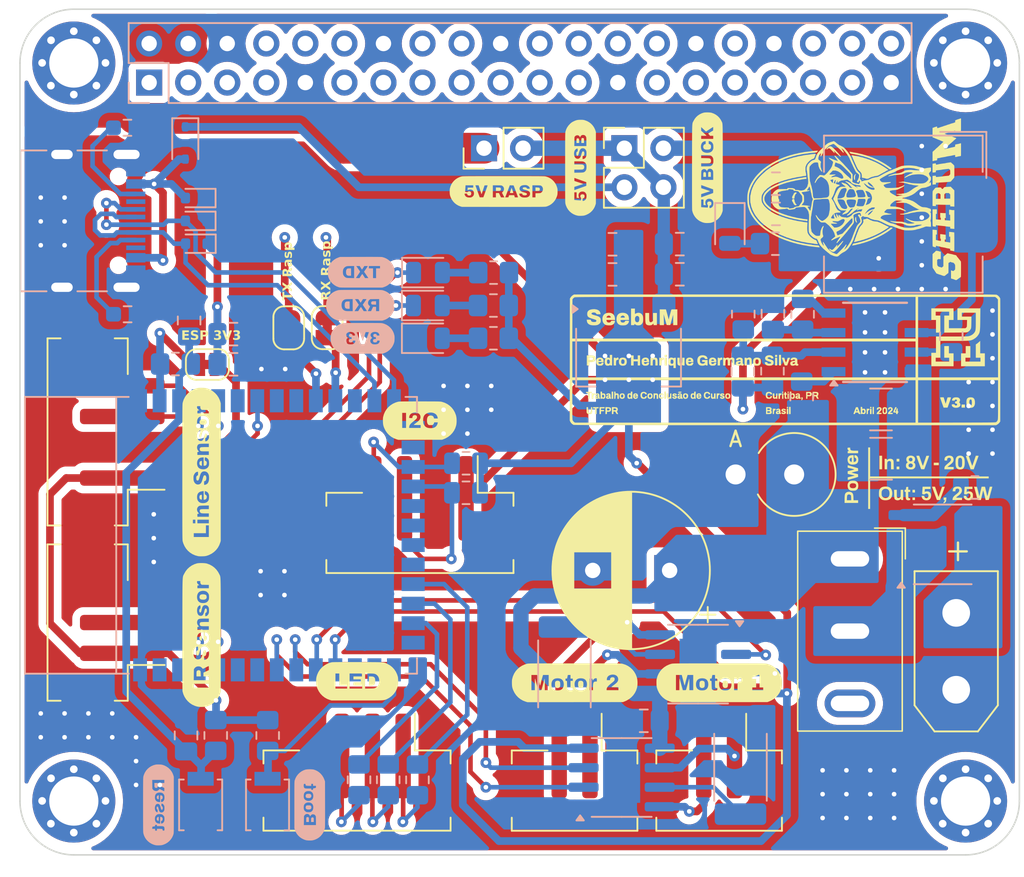
<source format=kicad_pcb>
(kicad_pcb (version 20240108) (generator "pcbnew") (generator_version "8.0")
  (layers (0 "F.Cu" signal) (1 "In1.Cu" signal) (2 "In2.Cu" signal) (31 "B.Cu" signal) (34 "B.Paste" user) (35 "F.Paste" user) (36 "B.SilkS" user "B.Silkscreen") (37 "F.SilkS" user "F.Silkscreen") (38 "B.Mask" user) (39 "F.Mask" user) (44 "Edge.Cuts" user))
  (net 0 "")
  (net 1 "GND")
  (net 2 "+BATT")
  (net 3 "Net-(U201-VREG5)")
  (net 4 "Net-(U201-VBST)")
  (net 5 "Net-(U201-SW)")
  (net 6 "/5V_PSU")
  (net 7 "Net-(U201-VFB)")
  (net 8 "+5V")
  (net 9 "/ESP32/CHIP_PU")
  (net 10 "+3V3")
  (net 11 "Net-(D201-A)")
  (net 12 "Net-(D301-A)")
  (net 13 "Net-(D302-A)")
  (net 14 "/ESP32/U0RXD")
  (net 15 "/ESP32/U0TXD")
  (net 16 "Net-(D303-A)")
  (net 17 "VBUS")
  (net 18 "/ESP32/GPIO20")
  (net 19 "/5V_ESP32")
  (net 20 "/ESP32/GPIO19")
  (net 21 "Net-(J101-Pin_2)")
  (net 22 "/5V_RASP")
  (net 23 "/ESP32/AOUT1")
  (net 24 "/ESP32/AOUT2")
  (net 25 "/ESP32/BOUT2")
  (net 26 "/ESP32/BOUT1")
  (net 27 "Net-(J303-CC2)")
  (net 29 "Net-(J303-CC1)")
  (net 31 "/ESP32/GPIO7")
  (net 32 "/ESP32/GPIO9")
  (net 33 "/ESP32/GPIO10")
  (net 34 "/ESP32/BIN2")
  (net 35 "/ESP32/BIN1")
  (net 36 "/ESP32/LED_2")
  (net 37 "/ESP32/LED_3")
  (net 38 "/ESP32/LED_1")
  (net 53 "/Raspberry Pi/RASP_TX")
  (net 58 "/Raspberry Pi/RASP_SDA")
  (net 60 "/Raspberry Pi/RASP_RX")
  (net 65 "/Raspberry Pi/RASP_SCL")
  (net 69 "/ESP32/GPIO18")
  (net 70 "/ESP32/GPIO17")
  (net 71 "/ESP32/ESP32_3V3")
  (net 72 "Net-(Q101-G)")
  (net 73 "Net-(Q101-S)")
  (net 74 "Net-(U201-EN)")
  (net 75 "Net-(U201-PG)")
  (net 76 "/ESP32/GPIO0")
  (net 77 "Net-(U303-LSS)")
  (net 78 "Net-(U304-LSS)")
  (net 79 "/ESP32/GPIO5")
  (net 80 "/ESP32/GPIO6")
  (net 82 "/ESP32/GPIO42")
  (net 83 "/ESP32/GPIO47")
  (net 84 "/ESP32/GPIO36")
  (net 86 "/ESP32/GPIO11")
  (net 87 "/ESP32/GPIO8")
  (net 88 "/ESP32/AIN1")
  (net 89 "/ESP32/GPIO4")
  (net 90 "/ESP32/AIN2")
  (net 91 "/ESP32/GPIO48")
  (net 93 "/ESP32/GPIO21")
  (net 95 "/ESP32/GPIO2")
  (net 96 "/ESP32/GPIO41")
  (net 97 "/ESP32/GPIO1")
  (net 98 "/ESP32/GPIO13")
  (net 99 "/ESP32/GPIO15")
  (net 100 "/ESP32/GPIO16")
  (net 101 "/ESP32/GPIO14")
  (net 102 "/ESP32/GPIO12")
  (net 103 "/ESP32/GPIO35")
  (footprint "LOGO" (layer "F.Cu") (at 82.57 93.8)
    (property "Reference" "G***" (hide yes))
    (property "Value" "LOGO" (hide yes))
  )
  (footprint "LOGO" (layer "F.Cu") (at 68.42 93.7)
    (property "Reference" "G***" (hide yes))
    (property "Value" "LOGO" (hide yes))
  )
  (footprint "Connector_JST:JST_PH_B2B-PH-SM4-TB_1x02-1MP_P2.00mm_Vertical" (layer "F.Cu") (at 82.57 99.07 180)
    (property "Reference" "J302" (hide yes))
    (property "Value" "Conn_01x02_Socket")
  )
  (footprint "LOGO" (layer "F.Cu") (at 58.3 90.7 90)
    (property "Reference" "G***" (hide yes))
    (property "Value" "LOGO" (hide yes))
  )
  (footprint "LOGO" (layer "F.Cu") (at 82.95 60.315 90)
    (property "Reference" "G***" (hide yes))
    (property "Value" "LOGO" (hide yes))
  )
  (footprint "Connector_JST:JST_PH_B3B-PH-SM4-TB_1x03-1MP_P2.00mm_Vertical" (layer "F.Cu") (at 52.65 89.89 90)
    (property "Reference" "J304" (hide yes))
    (property "Value" "Conn_01x03_Socket")
  )
  (footprint "LOGO" (layer "F.Cu") (at 91.2 60.315 90)
    (property "Reference" "G***" (hide yes))
    (property "Value" "LOGO" (hide yes))
  )
  (footprint "Jumper:SolderJumper-2_P1.3mm_Bridged_RoundedPad1.0x1.5mm" (layer "F.Cu") (at 58.69 73.105)
    (property "Reference" "JP305" (hide yes))
    (property "Value" "SolderJumper_2_Bridged")
  )
  (footprint "LOGO" (layer "F.Cu") (at 72.5 76.75)
    (property "Reference" "G***" (hide yes))
    (property "Value" "LOGO" (hide yes))
  )
  (footprint "Jumper:SolderJumper-2_P1.3mm_Bridged_RoundedPad1.0x1.5mm" (layer "F.Cu") (at 63.98 70.72 -90)
    (property "Reference" "JP104" (hide yes))
    (property "Value" "SolderJumper_2_Open")
  )
  (footprint "Diode_THT:D_DO-201_P3.81mm_Vertical_AnodeUp" (layer "F.Cu") (at 96.85 80.2575 180)
    (property "Reference" "D101" (hide yes))
    (property "Value" "1N5355")
  )
  (footprint "LOGO" (layer "F.Cu") (at 91.97 93.8)
    (property "Reference" "G***" (hide yes))
    (property "Value" "LOGO" (hide yes))
  )
  (footprint "Connector_JST:JST_PH_B4B-PH-SM4-TB_1x04-1MP_P2.00mm_Vertical" (layer "F.Cu") (at 68.42 99.066342 180)
    (property "Reference" "J307" (hide yes))
    (property "Value" "Conn_01x04_Socket")
  )
  (footprint "LOGO" (layer "F.Cu") (at 77.955 61.85)
    (property "Reference" "G***" (hide yes))
    (property "Value" "LOGO" (hide yes))
  )
  (footprint "Connector_AMASS:AMASS_XT30UPB-M_1x02_P5.0mm_Vertical" (layer "F.Cu") (at 107.39 94.26 90)
    (property "Reference" "J101" (hide yes))
    (property "Value" "Conn_01x02_Pin")
  )
  (footprint "Connector_PinHeader_2.54mm:PinHeader_2x02_P2.54mm_Vertical" (layer "F.Cu") (at 85.8066 59.04)
    (property "Reference" "J102" (hide yes))
    (property "Value" "Conn_01x04_Pin")
  )
  (footprint "Jumper:SolderJumper-2_P1.3mm_Bridged_RoundedPad1.0x1.5mm" (layer "F.Cu") (at 66.48 70.71 -90)
    (property "Reference" "JP103" (hide yes))
    (property "Value" "SolderJumper_2_Open")
  )
  (footprint "Capacitor_THT:CP_Radial_D10.0mm_P5.00mm" (layer "F.Cu") (at 88.75 86.5 180)
    (property "Reference" "C307" (hide yes))
    (property "Value" "220u")
  )
  (footprint "LOGO" (layer "F.Cu") (at 100.8 62.35 90)
    (property "Reference" "G***" (hide yes))
    (property "Value" "LOGO" (hide yes))
  )
  (footprint "Custom:M2.5M3" (layer "F.Cu") (at 108 101.5)
    (property "Reference" "H102" (hide yes))
    (property "Value" "MountingHole")
  )
  (footprint "Connector_JST:JST_PH_B4B-PH-SM4-TB_1x04-1MP_P2.00mm_Vertical" (layer "F.Cu") (at 72.51 82.31 180)
    (property "Reference" "J305" (hide yes))
    (property "Value" "Conn_01x04_Socket")
  )
  (footprint "LOGO" (layer "F.Cu") (at 96.25 72.8)
    (property "Reference" "G***" (hide yes))
    (property "Value" "LOGO" (hide yes))
  )
  (footprint "Custom:M2.5M3" (layer "F.Cu") (at 50 53.5)
    (property "Reference" "H101" (hide yes))
    (property "Value" "MountingHole")
  )
  (footprint "Connector_PinHeader_2.54mm:PinHeader_1x02_P2.54mm_Vertical" (layer "F.Cu") (at 76.68 59.04 90)
    (property "Reference" "J103" (hide yes))
    (property "Value" "Conn_01x02_Pin")
  )
  (footprint "Custom:5Amp_Switch" (layer "F.Cu") (at 100.48 90.4475 -90)
    (property "Reference" "SW101" (hide yes))
    (property "Value" "SW_DPDT_x2" (hide yes))
  )
  (footprint "Connector_JST:JST_PH_B4B-PH-SM4-TB_1x04-1MP_P2.00mm_Vertical" (layer "F.Cu") (at 52.65 77.49 90)
    (property "Reference" "J306" (hide yes))
    (property "Value" "Conn_01x04_Socket")
  )
  (footprint "LOGO" (layer "F.Cu") (at 58.3 80.1 90)
    (property "Reference" "G***" (hide yes))
    (property "Value" "LOGO" (hide yes))
  )
  (footprint "Connector_JST:JST_PH_B2B-PH-SM4-TB_1x02-1MP_P2.00mm_Vertical" (layer "F.Cu") (at 91.97 99.07 180)
    (property "Reference" "J301" (hide yes))
    (property "Value" "Conn_01x02_Socket")
  )
  (footprint "Custom:M2.5M3" (layer "F.Cu") (at 50 101.5)
    (property "Reference" "H103" (hide yes))
    (property "Value" "MountingHole")
  )
  (footprint "Custom:M2.5M3" (layer "F.Cu") (at 108 53.5)
    (property "Reference" "H104" (hide yes))
    (property "Value" "MountingHole")
  )
  (footprint "LOGO" (layer "F.Cu") (at 105.15 80.5)
    (property "Reference" "G***" (hide yes))
    (property "Value" "LOGO" (hide yes))
  )
  (footprint "Button_Switch_SMD:SW_SPST_B3U-1000P" (layer "B.Cu") (at 62.6 101.75 -90)
    (property "Reference" "SW301" (hide yes))
    (property "Value" "SW_Push")
  )
  (footprint "Resistor_SMD:R_0805_2012Metric" (layer "B.Cu") (at 75.5075 81.45 180)
    (property "Reference" "R310" (hide yes))
    (property "Value" "4k7")
  )
  (footprint "Resistor_SMD:R_0805_2012Metric" (layer "B.Cu") (at 75.511158 79.53)
    (property "Reference" "R309" (hide yes))
    (property "Value" "4k7")
  )
  (footprint "Capacitor_SMD:C_0805_2012Metric_Pad1.18x1.45mm_HandSolder" (layer "B.Cu") (at 89.4125 65.2775)
    (property "Reference" "C303" (hide yes))
    (property "Value" "100n")
  )
  (footprint "LOGO" (layer "B.Cu") (at 65.35 101.75 90)
    (property "Reference" "G***" (hide yes))
    (property "Value" "LOGO" (hide yes))
  )
  (footprint "LOGO" (layer "B.Cu") (at 68.7 67.1 180)
    (property "Reference" "G***" (hide yes))
    (property "Value" "LOGO" (hide yes))
  )
  (footprint "Resistor_SMD:R_0603_1608Metric_Pad0.98x0.95mm_HandSolder" (layer "B.Cu") (at 53.5 69.84)
    (property "Reference" "R311" (hide yes))
    (property "Value" "5k1")
  )
  (footprint "Resistor_SMD:R_0805_2012Metric_Pad1.20x1.40mm_HandSolder" (layer "B.Cu") (at 77.291711 71.4 180)
    (property "Reference" "R303" (hide yes))
    (property "Value" "1k")
  )
  (footprint "Package_TO_SOT_SMD:SOT-223-3_TabPin2" (layer "B.Cu") (at 86.08 72.63 -90)
    (property "Reference" "U301" (hide yes))
    (property "Value" "AMS1117-3.3")
  )
  (footprint "Resistor_SMD:R_0805_2012Metric_Pad1.20x1.40mm_HandSolder" (layer "B.Cu") (at 95.63 65.2475 180)
    (property "Reference" "R205" (hide yes))
    (property "Value" "1k")
  )
  (footprint "LED_SMD:LED_0805_2012Metric" (layer "B.Cu") (at 73.034211 67.13)
    (property "Reference" "D303" (hide yes))
    (property "Value" "GREEN")
  )
  (footprint "Capacitor_SMD:C_0805_2012Metric_Pad1.18x1.45mm_HandSolder" (layer "B.Cu") (at 95.47 69.8075 90)
    (property "Reference" "C203" (hide yes))
    (property "Value" "470n")
  )
  (footprint "Resistor_SMD:R_2512_6332Metric_Pad1.40x3.35mm_HandSolder" (layer "B.Cu") (at 93.36 99.3 90)
    (property "Reference" "R307" (hide yes))
    (property "Value" "0.15")
  )
  (footprint "Resistor_SMD:R_0805_2012Metric_Pad1.20x1.40mm_HandSolder" (layer "B.Cu") (at 97.34 75.2175 90)
    (property "Reference" "R201" (hide yes))
    (property "Value" "10k")
  )
  (footprint "Diode_SMD:D_SOD-523" (layer "B.Cu") (at 57.96 63.765 180)
    (property "Reference" "D309" (hide yes))
    (property "Value" "D_TVS")
  )
  (footprint "Resistor_SMD:R_0805_2012Metric_Pad1.20x1.40mm_HandSolder" (layer "B.Cu") (at 56.61 73.075)
    (property "Reference" "R306" (hide yes))
    (property "Value" "10k")
  )
  (footprint "Capacitor_SMD:C_0805_2012Metric_Pad1.18x1.45mm_HandSolder" (layer "B.Cu") (at 60.3825 73.095)
    (property "Reference" "C308" (hide yes))
    (property "Value" "10u")
  )
  (footprint "Package_SO:SOIC-8-1EP_3.9x4.9mm_P1.27mm_EP2.41x3.3mm" (layer "B.Cu") (at 85.63 99.965)
    (property "Reference" "U303" (hide yes))
    (property "Value" "A4950E")
  )
  (footprint "LOGO" (layer "B.Cu") (at 68.782107 71.4 180)
    (property "Reference" "G***" (hide yes))
    (property "Value" "LOGO" (hide yes))
  )
  (footprint "Capacitor_SMD:C_0805_2012Metric_Pad1.18x1.45mm_HandSolder" (layer "B.Cu") (at 87.07 96.28 180)
    (property "Reference" "C306" (hide yes))
    (property "Value" "100n")
  )
  (footprint "Resistor_SMD:R_0603_1608Metric_Pad0.98x0.95mm_HandSolder" (layer "B.Cu") (at 53.4875 57.71)
    (property "Reference" "R312" (hide yes))
    (property "Value" "5k1")
  )
  (footprint "Inductor_SMD:L_Bourns_SRP1050WA" (layer "B.Cu") (at 103.95 63.3275 180)
    (property "Reference" "L201" (hide yes))
    (property "Value" "3u3")
  )
  (footprint "Connector_USB:USB_C_Receptacle_G-Switch_GT-USB-7010ASV" (layer "B.Cu") (at 50.305 63.765 90)
    (property "Reference" "J303" (hide yes))
    (property "Value" "USB_C_Receptacle_USB2.0_16P")
  )
  (footprint "Capacitor_SMD:C_0805_2012Metric_Pad1.18x1.45mm_HandSolder" (layer "B.Cu") (at 95.665 63.3125 180)
    (property "Reference" "C207" (hide yes))
    (property "Value" "22u")
  )
  (footprint "Capacitor_SMD:C_0805_2012Metric_Pad1.18x1.45mm_HandSolder" (layer "B.Cu") (at 89.4125 67.2375)
    (property "Reference" "C301" (hide yes))
    (property "Value" "10u")
  )
  (footprint "Resistor_SMD:R_0805_2012Metric_Pad1.20x1.40mm_HandSolder" (layer "B.Cu") (at 72.35 100.12 -90)
    (property "Reference" "R315" (hide yes))
    (property "Value" "1k")
  )
  (footprint "Resistor_SMD:R_0805_2012Metric_Pad1.20x1.40mm_HandSolder" (layer "B.Cu") (at 68.55 100.116342 -90)
    (property "Reference" "R313" (hide yes))
    (property "Value" "1k")
  )
  (footprint "PCM_Espressif:ESP32-S3-WROOM-1" (layer "B.Cu") (at 62.57 84.215 -90)
    (property "Reference" "U302" (hide yes))
    (property "Value" "ESP32-S3-WROOM-1")
  )
  (footprint "Capacitor_SMD:C_0805_2012Metric_Pad1.18x1.45mm_HandSolder" (layer "B.Cu") (at 57.5 70.245 90)
    (property "Reference" "C310" (hide yes))
    (property "Value" "1u")
  )
  (footprint "Capacitor_SMD:C_0805_2012Metric_Pad1.18x1.45mm_HandSolder" (layer "B.Cu") (at 85.0375 65.2875 180)
    (property "Reference" "C304" (hide yes))
    (property "Value" "100n")
  )
  (footprint "Resistor_SMD:R_0805_2012Metric_Pad1.20x1.40mm_HandSolder" (layer "B.Cu") (at 62.61 97.235 -90)
    (property "Reference" "R302" (hide yes))
    (property "Value" "10k")
  )
  (footprint "Capacitor_SMD:C_1210_3225Metric_Pad1.33x2.70mm_HandSolder" (layer "B.Cu") (at 102.5025 79.235 180)
    (property "Reference" "C202" (hide yes))
    (property "Value" "10u")
  )
  (footprint "LOGO" (layer "B.Cu") (at 55.5 101.75 -90)
    (property "Reference" "G***" (hide yes))
    (property "Value" "LOGO" (hide yes))
  )
  (footprint "Resistor_SMD:R_2512_6332Metric_Pad1.40x3.35mm_HandSolder" (layer "B.Cu") (at 81.91 93.23 -90)
    (property "Reference" "R308" (hide yes))
    (property "Value" "0.15")
  )
  (footprint "Capacitor_SMD:C_0805_2012Metric_Pad1.18x1.45mm_HandSolder" (layer "B.Cu") (at 107.07 71.265 90)
    (property "Reference" "C204" (hide yes))
    (property "Value" "0u1")
  )
  (footprint "Capacitor_SMD:C_0805_2012Metric_Pad1.18x1.45mm_HandSolder" (layer "B.Cu") (at 95.665 61.3475 180)
    (property "Reference" "C206" (hide yes))
    (property "Value" "22u")
  )
  (footprint "Capacitor_SMD:C_1210_3225Metric_Pad1.33x2.70mm_HandSolder" (layer "B.Cu") (at 102.4975 76.03 180)
    (property "Reference" "C201" (hide yes))
    (property "Value" "10u")
  )
  (footprint "LED_SMD:LED_0805_2012Metric" (layer "B.Cu") (at 73.024211 69.27)
    (property "Reference" "D302" (hide yes))
    (property "Value" "BLUE")
  )
  (footprint "Resistor_SMD:R_0805_2012Metric_Pad1.20x1.40mm_HandSolder" (layer "B.Cu") (at 77.301711 67.13 180)
    (property "Reference" "R305" (hide yes))
    (property "Value" "1k")
  )
  (footprint "Resistor_SMD:R_0805_2012Metric" (layer "B.Cu") (at 108.61 81.1075)
    (property "Reference" "R101" (hide yes))
    (property "Value" "2k")
  )
  (footprint "Capacitor_SMD:C_0805_2012Metric_Pad1.18x1.45mm_HandSolder" (layer "B.Cu") (at 57.3 97.2325 90)
    (property "Reference" "C302" (hide yes))
    (property "Value" "1u")
  )
  (footprint "Button_Switch_SMD:SW_SPST_B3U-1000P" (layer "B.Cu") (at 58.25 101.75 -90)
    (property "Reference" "SW303" (hide yes))
    (property "Value" "SW_Push")
  )
  (footprint "Resistor_SMD:R_0805_2012Metric_Pad1.20x1.40mm_HandSolder" (layer "B.Cu") (at 97.4 69.8375 90)
    (property "Reference" "R202" (hide yes))
    (property "Value" "105k")
  )
  (footprint "LOGO" (layer "B.Cu") (at 68.641711 69.250031 180)
    (property "Reference" "G***" (hide yes))
    (property "Value" "LOGO" (hide yes))
  )
  (footprint "Resistor_SMD:R_0805_2012Metric_Pad1.20x1.40mm_HandSolder" (layer "B.Cu") (at 70.45 100.116342 -90)
    (property "Reference" "R314" (hide yes))
    (property "Value" "1k")
  )
  (footprint "Package_SO:Texas_HSOP-8-1EP_3.9x4.9mm_P1.27mm_ThermalVias" (layer "B.Cu") (at 102.11 71.6675)
    (property "Reference" "U201" (hide yes))
    (property "Value" "TPS56528")
  )
  (footprint "Capacitor_SMD:C_0805_2012Metric_Pad1.18x1.45mm_HandSolder" (layer "B.Cu") (at 93.51 73.5675 90)
    (property "Reference" "C205" (hide yes))
    (property "Value" "5p1")
  )
  (footprint "Diode_SMD:D_SOD-323" (layer "B.Cu") (at 57.25 58.7 -90)
    (property "Reference" "D310" (hide yes))
    (property "Value" "D_Schottky")
  )
  (footprint "Resistor_SMD:R_0805_2012Metric_Pad1.20x1.40mm_HandSolder" (layer "B.Cu") (at 77.291711 69.27 180)
    (property "Reference" "R304" (hide yes))
    (property "Value" "1k")
  )
  (footprint "Resistor_SMD:R_0805_2012Metric_Pad1.20x1.40mm_HandSolder" (layer "B.Cu") (at 59.23 97.2325 -90)
    (property "Reference" "R301" (hide yes))
    (property "Value" "10k")
  )
  (footprint "Package_SO:SOP-8_3.76x4.96mm_P1.27mm" (layer "B.Cu") (at 106.51 84.805)
    (property "Reference" "Q101" (hide yes))
    (property "Value" "AO4407")
  )
  (footprint "Diode_SMD:D_SOD-523" (layer "B.Cu") (at 57.97 65.25 180)
    (property "Reference" "D311" (hide yes))
    (property "Value" "D_TVS")
  )
  (footprint "Connector_PinSocket_2.54mm:PinSocket_2x20_P2.54mm_Vertical" (layer "B.Cu") (at 54.9 54.77 -90)
    (property "Reference" "J401" (hide yes))
    (property "Value" "GPIO")
  )
  (footprint "Resistor_SMD:R_0805_2012Metric_Pad1.20x1.40mm_HandSolder" (layer "B.Cu") (at 93.54 69.8275 90)
    (property "Reference" "R204" (hide yes))
    (property "Value" "49k9")
  )
  (footprint "Capacitor_SMD:C_0805_2012Metric_Pad1.18x1.45mm_HandSolder" (layer "B.Cu") (at 60.378658 71.13)
    (property "Reference" "C311" (hide yes))
    (property "Value" "100n")
  )
  (footprint "Package_SO:SOIC-8-1EP_3.9x4.9mm_P1.27mm_EP2.41x3.3mm" (layer "B.Cu") (at 90.6 92.595 180)
    (property "Reference" "U304" (hide yes))
    (property "Value" "A4950E")
  )
  (footprint "Capacitor_SMD:C_0805_2012Metric_Pad1.18x1.45mm_HandSolder" (layer "B.Cu") (at 85.0375 67.2475 180)
    (property "Reference" "C305" (hide yes))
    (property "Value" "10u")
  )
  (footprint "LED_SMD:LED_0805_2012Metric" (layer "B.Cu") (at 73.024211 71.4)
    (property "Reference" "D301" (hide yes))
    (property "Value" "RED")
  )
  (footprint "LED_SMD:LED_0805_2012Metric" (layer "B.Cu") (at 92.67 64.29 -90)
    (property "Reference" "D201" (hide yes))
    (property "Value" "RED")
  )
  (footprint "Resistor_SMD:R_0805_2012Metric_Pad1.20x1.40mm_HandSolder" (layer "B.Cu") (at 95.44 73.5375 90)
    (property "Reference" "R203" (hide yes))
    (property "Value" "365k")
  )
  (footprint "Diode_SMD:D_SOD-523" (layer "B.Cu") (at 57.96 62.28 180)
    (property "Reference" "D308" (hide yes))
    (property "Value" "D_TVS")
  )
  (gr_arc (start 108 50) (mid 110.474874 51.025126) (end 111.5 53.5) (stroke (width 0.1)) (layer "Edge.Cuts"))
  (gr_line (start 46.5 101.5) (end 46.5 53.5) (stroke (width 0.1)) (layer "Edge.Cuts"))
  (gr_line (start 50 105) (end 108 105) (stroke (width 0.1)) (layer "Edge.Cuts"))
  (gr_line (start 50 50) (end 108 50) (stroke (width 0.1)) (layer "Edge.Cuts"))
  (gr_arc (start 46.5 53.5) (mid 47.525126 51.025126) (end 50 50) (stroke (width 0.1)) (layer "Edge.Cuts"))
  (gr_line (start 111.5 53.5) (end 111.5 101.5) (stroke (width 0.1)) (layer "Edge.Cuts"))
  (gr_arc (start 50 105) (mid 47.525126 103.974874) (end 46.5 101.5) (stroke (width 0.1)) (layer "Edge.Cuts"))
  (gr_arc (start 111.5 101.5) (mid 110.474874 103.974874) (end 108 105) (stroke (width 0.1)) (layer "Edge.Cuts"))
  (gr_text "TX Rasp" (at 64.283314 68.95 90) (layer "F.SilkS") (effects (font (size 0.6 0.6) (thickness 0.15) (bold yes)) (justify left bottom)))
  (gr_text "ESP 3V3" (at 56.979226 71.6 0) (layer "F.SilkS") (effects (font (size 0.6 0.6) (thickness 0.15) (bold yes)) (justify left bottom)))
  (gr_text "RX Rasp" (at 66.783314 68.95 90) (layer "F.SilkS") (effects (font (size 0.6 0.6) (thickness 0.15) (bold yes)) (justify left bottom)))
  (via (at 98.7 102.6) (size 0.7) (drill 0.3) (layers "F.Cu" "B.Cu") (net 1))
  (via (at 63.75 73.4) (size 0.7) (drill 0.3) (layers "F.Cu" "B.Cu") (net 1))
  (via (at 108.2 78.9) (size 0.7) (drill 0.3) (layers "F.Cu" "B.Cu") (net 1))
  (via (at 105.15 58.9) (size 0.7) (drill 0.3) (layers "F.Cu" "B.Cu") (net 1))
  (via (at 75.6 77.6) (size 0.7) (drill 0.3) (layers "F.Cu" "B.Cu") (net 1))
  (via (at 103.35 99.5) (size 0.7) (drill 0.3) (layers "F.Cu" "B.Cu") (net 1))
  (via (at 77.15 74.5) (size 0.7) (drill 0.3) (layers "F.Cu" "B.Cu") (net 1))
  (via (at 109.75 78.9) (size 0.7) (drill 0.3) (layers "F.Cu" "B.Cu") (net 1))
  (via (at 109.75 71.15) (size 0.7) (drill 0.3) (layers "F.Cu" "B.Cu") (net 1))
  (via (at 47.85 63.8) (size 0.7) (drill 0.3) (layers "F.Cu" "B.Cu") (net 1))
  (via (at 106.7 58.9) (size 0.7) (drill 0.3) (layers "F.Cu" "B.Cu") (net 1))
  (via (at 109.75 72.7) (size 0.7) (drill 0.3) (layers "F.Cu" "B.Cu") (net 1))
  (via (at 100.25 99.5) (size 0.7) (drill 0.3) (layers "F.Cu" "B.Cu") (net 1))
  (via (at 55.2 84.4) (size 0.7) (drill 0.3) (layers "F.Cu" "B.Cu") (net 1))
  (via (at 62.15 88.1) (size 0.7) (drill 0.3) (layers "F.Cu" "B.Cu") (net 1))
  (via (at 54.05 100.45) (size 0.7) (drill 0.3) (layers "F.Cu" "B.Cu") (net 1))
  (via (at 54.05 97.35) (size 0.7) (drill 0.3) (layers "F.Cu" "B.Cu") (net 1))
  (via (at 47.85 65.35) (size 0.7) (drill 0.3) (layers "F.Cu" "B.Cu") (net 1))
  (via (at 49.4 62.25) (size 0.7) (drill 0.3) (layers "F.Cu" "B.Cu") (net 1))
  (via (at 49.4 97.35) (size 0.7) (drill 0.3) (layers "F.Cu" "B.Cu") (net 1))
  (via (at 100.5 68.2) (size 0.7) (drill 0.3) (layers "F.Cu" "B.Cu") (net 1))
  (via (at 50.95 95.8) (size 0.7) (drill 0.3) (layers "F.Cu" "B.Cu") (net 1))
  (via (at 55.2 85.95) (size 0.7) (drill 0.3) (layers "F.Cu" "B.Cu") (net 1))
  (via (at 52.5 95.8) (size 0.7) (drill 0.3) (layers "F.Cu" "B.Cu") (net 1))
  (via (at 54.05 98.9) (size 0.7) (drill 0.3) (layers "F.Cu" "B.Cu") (net 1))
  (via (at 101.8 99.5) (size 0.7) (drill 0.3) (layers "F.Cu" "B.Cu") (net 1))
  (via (at 103.35 101.05) (size 0.7) (drill 0.3) (layers "F.Cu" "B.Cu") (net 1))
  (via (at 100.25 101.05) (size 0.7) (drill 0.3) (layers "F.Cu" "B.Cu") (net 1))
  (via (at 101.8 101.05) (size 0.7) (drill 0.3) (layers "F.Cu" "B.Cu") (net 1))
  (via (at 75.6 76.05) (size 0.7) (drill 0.3) (layers "F.Cu" "B.Cu") (net 1))
  (via (at 74.05 77.6) (size 0.7) (drill 0.3) (layers "F.Cu" "B.Cu") (net 1))
  (via (at 62.15 86.55) (size 0.7) (drill 0.3) (layers "F.Cu" "B.Cu") (net 1))
  (via (at 105.15 62) (size 0.7) (drill 0.3) (layers "F.Cu" "B.Cu") (net 1))
  (via (at 108.2 75.8) (size 0.7) (drill 0.3) (layers "F.Cu" "B.Cu") (net 1))
  (via (at 105.15 60.45) (size 0.7) (drill 0.3) (layers "F.Cu" "B.Cu") (net 1))
  (via (at 105.15 66.65) (size 0.7) (drill 0.3) (layers "F.Cu" "B.Cu") (net 1))
  (via (at 74.05 76.05) (size 0.7) (drill 0.3) (layers "F.Cu" "B.Cu") (net 1))
  (via (at 52.5 97.35) (size 0.7) (drill 0.3) (layers "F.Cu" "B.Cu") (net 1))
  (via (at 47.85 95.8) (size 0.7) (drill 0.3) (layers "F.Cu" "B.Cu") (net 1))
  (via (at 98.7 99.5) (size 0.7) (drill 0.3) (layers "F.Cu" "B.Cu") (net 1))
  (via (at 103.35 102.6) (size 0.7) (drill 0.3) (layers "F.Cu" "B.Cu") (net 1))
  (via (at 55.2 82.85) (size 0.7) (drill 0.3) (layers "F.Cu" "B.Cu") (net 1))
  (via (at 49.4 95.8) (size 0.7) (drill 0.3) (layers "F.Cu" "B.Cu") (net 1))
  (via (at 106.7 68.2) (size 0.7) (drill 0.3) (layers "F.Cu" "B.Cu") (net 1))
  (via (at 74.05 74.5) (size 0.7) (drill 0.3) (layers "F.Cu" "B.Cu") (net 1))
  (via (at 109.75 69.6) (size 0.7) (drill 0.3) (layers "F.Cu" "B.Cu") (net 1))
  (via (at 49.4 63.8) (size 0.7) (drill 0.3) (layers "F.Cu" "B.Cu") (net 1))
  (via (at 109.75 74.25) (size 0.7) (drill 0.3) (layers "F.Cu" "B.Cu") (net 1))
  (via (at 109.75 77.35) (size 0.7) (drill 0.3) (layers "F.Cu" "B.Cu") (net 1))
  (via (at 102.05 68.2) (size 0.7) (drill 0.3) (layers "F.Cu" "B.Cu") (net 1))
  (via (at 63.7 86.55) (size 0.7) (drill 0.3) (layers "F.Cu" "B.Cu") (net 1))
  (via (at 109.75 75.8) (size 0.7) (drill 0.3) (layers "F.Cu" "B.Cu") (net 1))
  (via (at 77.15 76.05) (size 0.7) (drill 0.3) (layers "F.Cu" "B.Cu") (net 1))
  (via (at 98.7 101.05) (size 0.7) (drill 0.3) (layers "F.Cu" "B.Cu") (net 1))
  (via (at 47.85 62.25) (size 0.7) (drill 0.3) (layers "F.Cu" "B.Cu") (net 1))
  (via (at 105.15 65.1) (size 0.7) (drill 0.3) (layers "F.Cu" "B.Cu") (net 1))
  (via (at 108.2 74.25) (size 0.7) (drill 0.3) (layers "F.Cu" "B.Cu") (net 1))
  (via (at 103.6 68.2) (size 0.7) (drill 0.3) (layers "F.Cu" "B.Cu") (net 1))
  (via (at 55.6 100.45) (size 0.7) (drill 0.3) (layers "F.Cu" "B.Cu") (net 1))
  (via (at 100.25 102.6) (size 0.7) (drill 0.3) (layers "F.Cu" "B.Cu") (net 1))
  (via (at 63.7 88.1) (size 0.7) (drill 0.3) (layers "F.Cu" "B.Cu") (net 1))
  (via (at 105.15 63.55) (size 0.7) (drill 0.3) (layers "F.Cu" "B.Cu") (net 1))
  (via (at 50.95 97.35) (size 0.7) (drill 0.3) (layers "F.Cu" "B.Cu") (net 1))
  (via (at 62.2 73.4) (size 0.7) (drill 0.3) (layers "F.Cu" "B.Cu") (net 1))
  (via (at 49.4 65.35) (size 0.7) (drill 0.3) (layers "F.Cu" "B.Cu") (net 1))
  (via (at 75.6 74.5) (size 0.7) (drill 0.3) (layers "F.Cu" "B.Cu") (net 1))
  (via (at 101.8 102.6) (size 0.7) (drill 0.3) (layers "F.Cu" "B.Cu") (net 1))
  (via (at 47.85 97.35) (size 0.7) (drill 0.3) (layers "F.Cu" "B.Cu") (net 1))
  (via (at 108.2 77.35) (size 0.7) (drill 0.3) (layers "F.Cu" "B.Cu") (net 1))
  (via (at 105.15 68.2) (size 0.7) (drill 0.3) (layers "F.Cu" "B.Cu") (net 1))
  (segment (start 87.43 88.16) (end 79.96 88.16) (width 1) (layer "B.Cu") (net 2))
  (segment (start 88.1075 94.5175) (end 88.125 94.5) (width 1) (layer "B.Cu") (net 2))
  (segment (start 79.96 88.16) (end 79.08 89.04) (width 1) (layer "B.Cu") (net 2))
  (segment (start 79.08 91.55) (end 81.13 93.6) (width 1) (layer "B.Cu") (net 2))
  (segment (start 88.75 86.84) (end 87.43 88.16) (width 1) (layer "B.Cu") (net 2))
  (segment (start 85.54 93.6) (end 86.44 94.5) (width 1) (layer "B.Cu") (net 2))
  (segment (start 88.1075 98.0575) (end 88.105 98.06) (width 1) (layer "B.Cu") (net 2))
  (segment (start 88.1075 96.28) (end 88.1075 98.0575) (width 1) (layer "B.Cu") (net 2))
  (segment (start 86.44 94.5) (end 88.125 94.5) (width 1) (layer "B.Cu") (net 2))
  (segment (start 81.13 93.6) (end 85.54 93.6) (width 1) (layer "B.Cu") (net 2))
  (segment (start 88.75 86.5) (end 88.75 86.84) (width 1) (layer "B.Cu") (net 2))
  (segment (start 79.08 89.04) (end 79.08 91.55) (width 1) (layer "B.Cu") (net 2))
  (segment (start 88.1075 96.28) (end 88.1075 94.5175) (width 1) (layer "B.Cu") (net 2))
  (segment (start 97.3925 70.845) (end 97.4 70.8375) (width 0.5) (layer "B.Cu") (net 3))
  (segment (start 97.595 71.0325) (end 97.4 70.8375) (width 0.5) (layer "B.Cu") (net 3))
  (segment (start 95.47 70.845) (end 97.3925 70.845) (width 0.5) (layer "B.Cu") (net 3))
  (segment (start 99.41 71.0325) (end 97.595 71.0325) (width 0.5) (layer "B.Cu") (net 3))
  (segment (start 104.81 72.3025) (end 107.07 72.3025) (width 0.5) (layer "B.Cu") (net 4))
  (segment (start 104.81 71.0325) (end 106.265 71.0325) (width 0.5) (layer "B.Cu") (net 5))
  (segment (start 106.265 71.0325) (end 107.07 70.2275) (width 0.5) (layer "B.Cu") (net 5))
  (segment (start 107.07 70.2275) (end 108.41 68.8875) (width 0.5) (layer "B.Cu") (net 5))
  (segment (start 108.41 68.8875) (end 108.41 63.3375) (width 0.5) (layer "B.Cu") (net 5))
  (segment (start 108.41 63.3375) (end 108.4 63.3275) (width 0.5) (layer "B.Cu") (net 5))
  (segment (start 99.79 66.2) (end 93.52 72.47) (width 0.5) (layer "F.Cu") (net 6))
  (segment (start 102.35 66.2) (end 99.79 66.2) (width 0.5) (layer "F.Cu") (net 6))
  (segment (start 93.52 72.47) (end 93.52 76.01) (width 0.5) (layer "F.Cu") (net 6))
  (via (at 93.52 76.01) (size 0.7) (drill 0.3) (layers "F.Cu" "B.Cu") (net 6))
  (via (at 102.35 66.2) (size 0.7) (drill 0.3) (layers "F.Cu" "B.Cu") (net 6))
  (segment (start 95.3725 74.605) (end 95.44 74.5375) (width 0.5) (layer "B.Cu") (net 6))
  (segment (start 93.51 74.605) (end 95.3725 74.605) (width 0.5) (layer "B.Cu") (net 6))
  (segment (start 99.5 61.34) (end 99.5 63.3275) (width 1) (layer "B.Cu") (net 6))
  (segment (start 93.51 76) (end 93.52 76.01) (width 0.5) (layer "B.Cu") (net 6))
  (segment (start 93.51 74.605) (end 93.51 76) (width 0.5) (layer "B.Cu") (net 6))
  (segment (start 97.2 59.04) (end 99.5 61.34) (width 1) (layer "B.Cu") (net 6))
  (segment (start 88.37 59.04) (end 97.2 59.04) (width 1) (layer "B.Cu") (net 6))
  (segment (start 93.54 70.8275) (end 93.54 72.5) (width 0.5) (layer "B.Cu") (net 7))
  (segment (start 93.51 72.53) (end 95.4325 72.53) (width 0.5) (layer "B.Cu") (net 7))
  (segment (start 95.4325 72.53) (end 95.44 72.5375) (width 0.5) (layer "B.Cu") (net 7))
  (segment (start 97.5475 72.3025) (end 97.3125 72.5375) (width 0.5) (layer "B.Cu") (net 7))
  (segment (start 97.3125 72.5375) (end 95.44 72.5375) (width 0.5) (layer "B.Cu") (net 7))
  (segment (start 99.41 72.3025) (end 97.5475 72.3025) (width 0.5) (layer "B.Cu") (net 7))
  (segment (start 93.54 72.5) (end 93.51 72.53) (width 0.5) (layer "B.Cu") (net 7))
  (segment (start 88.38 67.2425) (end 88.375 67.2375) (width 0.8) (layer "B.Cu") (net 8))
  (segment (start 88.38 69.48) (end 88.38 67.2425) (width 0.8) (layer "B.Cu") (net 8))
  (segment (start 88.37 61.58) (end 88.37 65.2725) (width 0.8) (layer "B.Cu") (net 8))
  (segment (start 79.22 59.04) (end 85.83 59.04) (width 1) (layer "B.Cu") (net 8))
  (segment (start 88.375 67.2375) (end 88.375 65.2775) (width 0.8) (layer "B.Cu") (net 8))
  (segment (start 88.37 65.2725) (end 88.375 65.2775) (width 0.8) (layer "B.Cu") (net 8))
  (segment (start 88.37 61.58) (end 85.83 59.04) (width 0.8) (layer "B.Cu") (net 8))
  (segment (start 53.41 94.38) (end 53.41 80.155) (width 0.5) (layer "B.Cu") (net 9))
  (segment (start 57.3675 98.27) (end 58.28 99.1825) (width 0.5) (layer "B.Cu") (net 9))
  (segment (start 56.85 76.715) (end 56.85 75.465) (width 0.5) (layer "B.Cu") (net 9))
  (segment (start 57.3 98.27) (end 57.3675 98.27) (width 0.5) (layer "B.Cu") (net 9))
  (segment (start 53.41 80.155) (end 56.85 76.715) (width 0.5) (layer "B.Cu") (net 9))
  (segment (start 56.85 73.835) (end 56.85 75.465) (width 0.5) (layer "B.Cu") (net 9))
  (segment (start 58.28 99.1825) (end 59.23 98.2325) (width 0.5) (layer "B.Cu") (net 9))
  (segment (start 57.61 73.075) (end 56.85 73.835) (width 0.5) (layer "B.Cu") (net 9))
  (segment (start 57.5 71.2825) (end 57.5 72.965) (width 0.5) (layer "B.Cu") (net 9))
  (segment (start 58.28 99.995) (end 58.28 99.1825) (width 0.5) (layer "B.Cu") (net 9))
  (segment (start 57.5 72.965) (end 57.61 73.075) (width 0.5) (layer "B.Cu") (net 9))
  (segment (start 57.3 98.27) (end 53.41 94.38) (width 0.5) (layer "B.Cu") (net 9))
  (segment (start 60.55 74.25) (end 59.34 73.04) (width 0.5) (layer "F.Cu") (net 10))
  (segment (start 75.55 63.5) (end 84.55 72.5) (width 0.5) (layer "F.Cu") (net 10))
  (segment (start 53.15 91.89) (end 50.4 91.89) (width 0.5) (layer "F.Cu") (net 10))
  (segment (start 96.38 94.5) (end 96.4 94.48) (width 0.5) (layer "F.Cu") (net 10))
  (segment (start 59.34 65.46) (end 61.3 63.5) (width 0.5) (layer "F.Cu") (net 10))
  (segment (start 56.19 91.89) (end 53.15 91.89) (width 0.5) (layer "F.Cu") (net 10))
  (segment (start 59.34 73.105) (end 59.34 69.35) (width 0.5) (layer "F.Cu") (net 10))
  (segment (start 75.51 81.81) (end 83.22 74.1) (width 0.5) (layer "F.Cu") (net 10))
  (segment (start 48.45 89.94) (end 48.45 81.55) (width 0.5) (layer "F.Cu") (net 10))
  (segment (start 59.25 94.95) (end 56.19 91.89) (width 0.5) (layer "F.Cu") (net 10))
  (segment (start 49.51 80.49) (end 53.15 80.49) (width 0.5) (layer "F.Cu") (net 10))
  (segment (start 59.34 69.35) (end 59.34 65.46) (width 0.5) (layer "F.Cu") (net 10))
  (segment (start 96.4 89.27) (end 86.65 79.52) (width 0.5) (layer "F.Cu") (net 10))
  (segment (start 50.4 91.89) (end 48.45 89.94) (width 0.5) (layer "F.Cu") (net 10))
  (segment (start 53.15 80.49) (end 57.51 80.49) (width 0.5) (layer "F.Cu") (net 10))
  (segment (start 57.51 80.49) (end 60.55 77.45) (width 0.5) (layer "F.Cu") (net 10))
  (segment (start 84.55 72.5) (end 84.55 72.55) (width 0.5) (layer "F.Cu") (net 10))
  (segment (start 86.65 79.52) (end 86.61 79.52) (width 0.5) (layer "F.Cu") (net 10))
  (segment (start 83.22 74.1) (end 84.55 74.1) (width 0.5) (layer "F.Cu") (net 10))
  (segment (start 96.4 94.48) (end 96.4 89.27) (width 0.5) (layer "F.Cu") (net 10))
  (segment (start 60.55 77.45) (end 60.55 74.25) (width 0.5) (layer "F.Cu") (net 10))
  (segment (start 48.45 81.55) (end 49.51 80.49) (width 0.5) (layer "F.Cu") (net 10))
  (segment (start 61.3 63.5) (end 75.55 63.5) (width 0.5) (layer "F.Cu") (net 10))
  (via (at 86.1 72.55) (size 0.7) (drill 0.3) (layers "F.Cu" "B.Cu") (net 10))
  (via (at 87.65 72.55) (size 0.7) (drill 0.3) (layers "F.Cu" "B.Cu") (net 10))
  (via (at 59.25 94.95) (size 0.7) (drill 0.3) (layers "F.Cu" "B.Cu") (net 10))
  (via (at 84.55 72.55) (size 0.7) (drill 0.3) (layers "F.Cu" "B.Cu") (net 10))
  (via (at 86.61 79.52) (size 0.7) (drill 0.3) (layers "F.Cu" "B.Cu") (net 10))
  (via (at 84.55 74.1) (size 0.7) (drill 0.3) (layers "F.Cu" "B.Cu") (net 10))
  (via (at 86.1 74.1) (size 0.7) (drill 0.3) (layers "F.Cu" "B.Cu") (net 10))
  (via (at 87.65 74.1) (size 0.7) (drill 0.3) (layers "F.Cu" "B.Cu") (net 10))
  (via (at 96.38 94.5) (size 0.7) (drill 0.3) (layers "F.Cu" "B.Cu") (net 10))
  (via (at 59.34 69.35) (size 0.7) (drill 0.3) (layers "F.Cu" "B.Cu") (net 10))
  (segment (start 59.345 71.133842) (end 59.341158 71.13) (width 0.5) (layer "B.Cu") (net 10))
  (segment (start 59.341158 69.351158) (end 59.34 69.35) (width 0.5) (layer "B.Cu") (net 10))
  (segment (start 86.1 79.01) (end 86.1 75.8) (width 0.5) (layer "B.Cu") (net 10))
  (segment (start 76.423658 79.53) (end 82.33 79.53) (width 0.5) (layer "B.Cu") (net 10))
  (segment (start 78.5 71.4) (end 82.88 75.78) (width 0.5) (layer "B.Cu") (net 10))
  (segment (start 86.1 75.8) (end 86.08 75.78) (width 0.5) (layer "B.Cu") (net 10))
  (segment (start 96.38 94.5) (end 93.075 94.5) (width 0.5) (layer "B.Cu") (net 10))
  (segment (start 59.345 73.095) (end 59.345 71.133842) (width 0.5) (layer "B.Cu") (net 10))
  (segment (start 77.65 104.1) (end 94.7 104.1) (width 0.5) (layer "B.Cu") (net 10))
  (segment (start 83.155 98.06) (end 79.31 98.06) (width 0.5) (layer "B.Cu") (net 10))
  (segment (start 76.42 79.533658) (end 76.423658 79.53) (width 0.5) (layer "B.Cu") (net 10))
  (segment (start 78.291711 71.4) (end 78.291711 67.14) (width 0.5) (layer "B.Cu") (net 10))
  (segment (start 79.31 98.06) (end 78.9 97.65) (width 0.5) (layer "B.Cu") (net 10))
  (segment (start 62.6075 96.2325) (end 62.61 96.235) (width 0.5) (layer "B.Cu") (net 10))
  (segment (start 75.3 98.75) (end 75.3 101.75) (width 0.5) (layer "B.Cu") (net 10))
  (segment (start 59.25 94.95) (end 59.25 96.2125) (width 0.5) (layer "B.Cu") (net 10))
  (segment (start 82.33 79.53) (end 86.08 75.78) (width 0.5) (layer "B.Cu") (net 10))
  (segment (start 86.61 79.52) (end 86.1 79.01) (width 0.5) (layer "B.Cu") (net 10))
  (segment (start 59.23 96.2325) (end 62.6075 96.2325) (width 0.5) (layer "B.Cu") (net 10))
  (segment (start 94.7 104.1) (end 96.38 102.42) (width 0.5) (layer "B.Cu") (net 10))
  (segment (start 59.341158 71.13) (end 59.341158 69.351158) (width 0.5) (layer "B.Cu") (net 10))
  (segment (start 59.25 96.2125) (end 59.23 96.2325) (width 0.5) (layer "B.Cu") (net 10))
  (segment (start 78.9 97.65) (end 76.4 97.65) (width 0.5) (layer "B.Cu") (net 10))
  (segment (start 96.38 102.42) (end 96.38 94.5) (width 0.5) (layer "B.Cu") (net 10))
  (segment (start 82.88 75.78) (end 86.08 75.78) (width 0.5) (layer "B.Cu") (net 10))
  (segment (start 76.4 97.65) (end 75.3 98.75) (width 0.5) (layer "B.Cu") (net 10))
  (segment (start 76.42 81.45) (end 76.42 79.533658) (width 0.5) (layer "B.Cu") (net 10))
  (segment (start 78.291711 71.4) (end 78.5 71.4) (width 0.5) (layer "B.Cu") (net 10))
  (segment (start 75.3 101.75) (end 77.65 104.1) (width 0.5) (layer "B.Cu") (net 10))
  (segment (start 86.08 67.2525) (end 86.075 67.2475) (width 0.8) (layer "B.Cu") (net 10))
  (segment (start 94.63 65.2475) (end 92.69 65.2475) (width 0.5) (layer "B.Cu") (net 11))
  (segment (start 92.69 65.2475) (end 92.67 65.2275) (width 0.5) (layer "B.Cu") (net 11))
  (segment (start 73.961711 71.4) (end 76.291711 71.4) (width 0.5) (layer "B.Cu") (net 12))
  (segment (start 73.961711 69.27) (end 76.291711 69.27) (width 0.5) (layer "B.Cu") (net 13))
  (segment (start 70.95 69.27) (end 69.9 70.32) (width 0.3) (layer "F.Cu") (net 14))
  (segment (start 69.9 74.24) (end 59.43 84.71) (width 0.3) (layer "F.Cu") (net 14))
  (segment (start 59.43 91.1) (end 59.39 91.14) (width 0.3) (layer "F.Cu") (net 14))
  (segment (start 59.43 84.71) (end 59.43 91.1) (width 0.3) (layer "F.Cu") (net 14))
  (segment (start 69.9 70.32) (end 69.9 74.24) (width 0.3) (layer "F.Cu") (net 14))
  (via (at 70.95 69.27) (size 0.7) (drill 0.3) (layers "F.Cu" "B.Cu") (net 14))
  (via (at 59.39 91.14) (size 0.7) (drill 0.3) (layers "F.Cu" "B.Cu") (net 14))
  (segment (start 59.39 91.14) (end 59.39 92.965) (width 0.3) (layer "B.Cu") (net 14))
  (segment (start 70.95 69.27) (end 72.086711 69.27) (width 0.3) (layer "B.Cu") (net 14))
  (segment (start 58.11 84.94) (end 58.11 91.17) (width 0.3) (layer "F.Cu") (net 15))
  (segment (start 69.2 68.98) (end 69.2 73.85) (width 0.3) (layer "F.Cu") (net 15))
  (segment (start 71.05 67.13) (end 69.2 68.98) (width 0.3) (layer "F.Cu") (net 15))
  (segment (start 69.2 73.85) (end 58.11 84.94) (width 0.3) (layer "F.Cu") (net 15))
  (via (at 71.05 67.13) (size 0.7) (drill 0.3) (layers "F.Cu" "B.Cu") (net 15))
  (via (at 58.11 91.17) (size 0.7) (drill 0.3) (layers "F.Cu" "B.Cu") (net 15))
  (segment (start 71.05 67.13) (end 72.096711 67.13) (width 0.3) (layer "B.Cu") (net 15))
  (segment (start 58.11 92.955) (end 58.12 92.965) (width 0.3) (layer "B.Cu") (net 15))
  (segment (start 58.11 91.17) (end 58.11 92.955) (width 0.3) (layer "B.Cu") (net 15))
  (segment (start 73.971711 67.13) (end 76.301711 67.13) (width 0.5) (layer "B.Cu") (net 16))
  (segment (start 55.8 66.34) (end 55.8 61.94) (width 0.5) (layer "F.Cu") (net 17))
  (segment (start 55.8 61.94) (end 55.225 61.365) (width 0.5) (layer "F.Cu") (net 17))
  (via (at 55.8 66.34) (size 0.7) (drill 0.3) (layers "F.Cu" "B.Cu") (net 17))
  (via (at 55.225 61.365) (size 0.7) (drill 0.3) (layers "F.Cu" "B.Cu") (net 17))
  (segment (start 55.625 66.165) (end 55.8 66.34) (width 0.5) (layer "B.Cu") (net 17))
  (segment (start 56.84 59.75) (end 57.25 59.75) (width 0.5) (layer "B.Cu") (net 17))
  (segment (start 55.225 61.365) (end 56.84 59.75) (width 0.5) (layer "B.Cu") (net 17))
  (segment (start 54.03 66.165) (end 55.625 66.165) (width 0.5) (layer "B.Cu") (net 17))
  (segment (start 54.03 61.365) (end 55.225 61.365) (width 0.5) (layer "B.Cu") (net 17))
  (segment (start 54.03 61.365) (end 56.345 61.365) (width 0.5) (layer "B.Cu") (net 17))
  (segment (start 56.345 61.365) (end 57.26 62.28) (width 0.5) (layer "B.Cu") (net 17))
  (segment (start 52.12 62.61) (end 52.12 64.01) (width 0.3) (layer "F.Cu") (net 18))
  (via (at 52.12 64.01) (size 0.7) (drill 0.3) (layers "F.Cu" "B.Cu") (net 18))
  (via (at 52.12 62.61) (size 0.7) (drill 0.3) (layers "F.Cu" "B.Cu") (net 18))
  (segment (start 52.655 62.61) (end 53.06 63.015) (width 0.3) (layer "B.Cu") (net 18))
  (segment (start 57.26 63.765) (end 57.92 64.425) (width 0.3) (layer "B.Cu") (net 18))
  (segment (start 57.92 65.81) (end 59.23 67.12) (width 0.3) (layer "B.Cu") (net 18))
  (segment (start 59.23 67.12) (end 63.82 67.12) (width 0.3) (layer "B.Cu") (net 18))
  (segment (start 53.06 63.015) (end 54.03 63.015) (width 0.3) (layer "B.Cu") (net 18))
  (segment (start 70.82 74.12) (end 70.82 75.465) (width 0.3) (layer "B.Cu") (net 18))
  (segment (start 52.12 64.01) (end 52.125 64.015) (width 0.3) (layer "B.Cu") (net 18))
  (segment (start 52.12 62.61) (end 52.655 62.61) (width 0.3) (layer "B.Cu") (net 18))
  (segment (start 57.92 64.425) (end 57.92 65.81) (width 0.3) (layer "B.Cu") (net 18))
  (segment (start 52.125 64.015) (end 54.03 64.015) (width 0.3) (layer "B.Cu") (net 18))
  (segment (start 55.835 64.015) (end 56.085 63.765) (width 0.3) (layer "B.Cu") (net 18))
  (segment (start 54.03 64.015) (end 55.835 64.015) (width 0.3) (layer "B.Cu") (net 18))
  (segment (start 63.82 67.12) (end 70.82 74.12) (width 0.3) (layer "B.Cu") (net 18))
  (segment (start 56.085 63.765) (end 57.26 63.765) (width 0.3) (layer "B.Cu") (net 18))
  (segment (start 85.83 61.58) (end 68.55 61.58) (width 0.5) (layer "B.Cu") (net 19))
  (segment (start 68.55 61.58) (end 64.62 57.65) (width 0.5) (layer "B.Cu") (net 19))
  (segment (start 64.62 57.65) (end 57.25 57.65) (width 0.5) (layer "B.Cu") (net 19))
  (segment (start 54.03 63.515) (end 52.765 63.515) (width 0.3) (layer "B.Cu") (net 20))
  (segment (start 57.27 66.49) (end 58.73 67.95) (width 0.3) (layer "B.Cu") (net 20))
  (segment (start 57.27 65.25) (end 57.27 66.49) (width 0.3) (layer "B.Cu") (net 20))
  (segment (start 51.38 64.37) (end 51.72 64.71) (width 0.3) (layer "B.Cu") (net 20))
  (segment (start 52.62 64.71) (end 52.815 64.515) (width 0.3) (layer "B.Cu") (net 20))
  (segment (start 54.03 64.515) (end 55.805 64.515) (width 0.3) (layer "B.Cu") (net 20))
  (segment (start 52.765 63.515) (end 52.56 63.31) (width 0.3) (layer "B.Cu") (net 20))
  (segment (start 51.38 63.7) (end 51.38 64.37) (width 0.3) (layer "B.Cu") (net 20))
  (segment (start 55.805 64.515) (end 56.54 65.25) (width 0.3) (layer "B.Cu") (net 20))
  (segment (start 51.77 63.31) (end 51.38 63.7) (width 0.3) (layer "B.Cu") (net 20))
  (segment (start 52.815 64.515) (end 54.03 64.515) (width 0.3) (layer "B.Cu") (net 20))
  (segment (start 63.23 67.95) (end 69.55 74.27) (width 0.3) (layer "B.Cu") (net 20))
  (segment (start 56.54 65.25) (end 57.27 65.25) (width 0.3) (layer "B.Cu") (net 20))
  (segment (start 58.73 67.95) (end 63.23 67.95) (width 0.3) (layer "B.Cu") (net 20))
  (segment (start 69.55 74.27) (end 69.55 75.465) (width 0.3) (layer "B.Cu") (net 20))
  (segment (start 52.56 63.31) (end 51.77 63.31) (width 0.3) (layer "B.Cu") (net 20))
  (segment (start 51.72 64.71) (end 52.62 64.71) (width 0.3) (layer "B.Cu") (net 20))
  (segment (start 76.68 59.04) (end 67.54 59.04) (width 2) (layer "F.Cu") (net 22))
  (segment (start 67.54 59.04) (end 65.6 57.1) (width 2) (layer "F.Cu") (net 22))
  (segment (start 65.6 57.1) (end 53.9 57.1) (width 2) (layer "F.Cu") (net 22))
  (via (at 92.97 98.57) (size 0.7) (drill 0.3) (layers "F.Cu" "B.Cu") (net 23))
  (segment (start 88.105 99.33) (end 89.42 99.33) (width 0.5) (layer "B.Cu") (net 23))
  (segment (start 89.42 99.33) (end 90.66 98.09) (width 0.5) (layer "B.Cu") (net 23))
  (segment (start 90.66 98.09) (end 92.49 98.09) (width 0.5) (layer "B.Cu") (net 23))
  (segment (start 92.49 98.09) (end 92.97 98.57) (width 0.5) (layer "B.Cu") (net 23))
  (segment (start 90.97 101.73) (end 90.97 98.57) (width 0.5) (layer "F.Cu") (net 24))
  (segment (start 90.03 102.17) (end 90.53 102.17) (width 0.5) (layer "F.Cu") (net 24))
  (segment (start 90.53 102.17) (end 90.97 101.73) (width 0.5) (layer "F.Cu") (net 24))
  (via (at 90.03 102.17) (size 0.7) (drill 0.3) (layers "F.Cu" "B.Cu") (net 24))
  (segment (start 89.73 101.87) (end 90.03 102.17) (width 0.5) (layer "B.Cu") (net 24))
  (segment (start 88.105 101.87) (end 89.73 101.87) (width 0.5) (layer "B.Cu") (net 24))
  (segment (start 81.57 93.14) (end 81.57 98.57) (width 0.5) (layer "F.Cu") (net 25))
  (segment (start 85.99 89.87) (end 84.84 89.87) (width 0.5) (layer "F.Cu") (net 25))
  (segment (start 84.84 89.87) (end 81.57 93.14) (width 0.5) (layer "F.Cu") (net 25))
  (via (at 85.99 89.87) (size 0.7) (drill 0.3) (layers "F.Cu" "B.Cu") (net 25))
  (segment (start 88.125 90.69) (end 86.81 90.69) (width 0.5) (layer "B.Cu") (net 25))
  (segment (start 86.81 90.69) (end 85.99 89.87) (width 0.5) (layer "B.Cu") (net 25))
  (segment (start 84.7 91.99) (end 83.57 93.12) (width 0.5) (layer "F.Cu") (net 26))
  (segment (start 83.57 93.12) (end 83.57 98.57) (width 0.5) (layer "F.Cu") (net 26))
  (via (at 84.7 91.99) (size 0.7) (drill 0.3) (layers "F.Cu" "B.Cu") (net 26))
  (segment (start 85.37 91.99) (end 84.7 91.99) (width 0.5) (layer "B.Cu") (net 26))
  (segment (start 86.61 93.23) (end 85.37 91.99) (width 0.5) (layer "B.Cu") (net 26))
  (segment (start 88.125 93.23) (end 86.61 93.23) (width 0.5) (layer "B.Cu") (net 26))
  (segment (start 51.22 58.9) (end 51.22 60.210305) (width 0.3) (layer "B.Cu") (net 27))
  (segment (start 52.575 57.71) (end 52.41 57.71) (width 0.3) (layer "B.Cu") (net 27))
  (segment (start 52.41 57.71) (end 51.22 58.9) (width 0.3) (layer "B.Cu") (net 27))
  (segment (start 51.22 60.210305) (end 53.024695 62.015) (width 0.3) (layer "B.Cu") (net 27))
  (segment (start 53.024695 62.015) (end 54.03 62.015) (width 0.3) (layer "B.Cu") (net 27))
  (segment (start 53.022107 65.015) (end 54.03 65.015) (width 0.3) (layer "B.Cu") (net 29))
  (segment (start 51.48 68.7325) (end 51.48 66.11) (width 0.3) (layer "B.Cu") (net 29))
  (segment (start 52.827107 65.21) (end 53.022107 65.015) (width 0.3) (layer "B.Cu") (net 29))
  (segment (start 52.38 65.21) (end 52.827107 65.21) (width 0.3) (layer "B.Cu") (net 29))
  (segment (start 51.48 66.11) (end 52.38 65.21) (width 0.3) (layer "B.Cu") (net 29))
  (segment (start 52.5875 69.84) (end 51.48 68.7325) (width 0.3) (layer "B.Cu") (net 29))
  (segment (start 56.7 89.3) (end 56.11 89.89) (width 0.3) (layer "F.Cu") (net 31))
  (segment (start 61.95 77.1) (end 61.95 77.6) (width 0.3) (layer "F.Cu") (net 31))
  (segment (start 56.11 89.89) (end 53.15 89.89) (width 0.3) (layer "F.Cu") (net 31))
  (segment (start 61.95 77.6) (end 56.7 82.85) (width 0.3) (layer "F.Cu") (net 31))
  (segment (start 56.7 82.85) (end 56.7 89.3) (width 0.3) (layer "F.Cu") (net 31))
  (via (at 61.95 77.1) (size 0.7) (drill 0.3) (layers "F.Cu" "B.Cu") (net 31))
  (segment (start 61.95 77.1) (end 61.95 75.485) (width 0.3) (layer "B.Cu") (net 31))
  (segment (start 61.95 75.485) (end 61.93 75.465) (width 0.3) (layer "B.Cu") (net 31))
  (segment (start 69.51 78.16) (end 69.51 81.81) (width 0.3) (layer "F.Cu") (net 32))
  (segment (start 69.5 78.15) (end 69.51 78.16) (width 0.3) (layer "F.Cu") (net 32))
  (via (at 69.5 78.15) (size 0.7) (drill 0.3) (layers "F.Cu" "B.Cu") (net 32))
  (segment (start 71.12 79.77) (end 69.5 78.15) (width 0.3) (layer "B.Cu") (net 32))
  (segment (start 72.07 79.77) (end 71.12 79.77) (width 0.3) (layer "B.Cu") (net 32))
  (segment (start 72.07 79.77) (end 74.358658 79.77) (width 0.3) (layer "B.Cu") (net 32))
  (segment (start 74.358658 79.77) (end 74.598658 79.53) (width 0.3) (layer "B.Cu") (net 32))
  (segment (start 71.51 84.56) (end 71.51 81.81) (width 0.3) (layer "F.Cu") (net 33))
  (segment (start 72.7 85.75) (end 71.51 84.56) (width 0.3) (layer "F.Cu") (net 33))
  (segment (start 74.55 85.75) (end 72.7 85.75) (width 0.3) (layer "F.Cu") (net 33))
  (via (at 74.55 85.75) (size 0.7) (drill 0.3) (layers "F.Cu" "B.Cu") (net 33))
  (segment (start 74.185 81.04) (end 74.595 81.45) (width 0.3) (layer "B.Cu") (net 33))
  (segment (start 74.595 85.705) (end 74.55 85.75) (width 0.3) (layer "B.Cu") (net 33))
  (segment (start 74.595 81.45) (end 74.595 85.705) (width 0.3) (layer "B.Cu") (net 33))
  (segment (start 72.07 81.04) (end 74.185 81.04) (width 0.3) (layer "B.Cu") (net 33))
  (segment (start 91.45 88.45) (end 68.35 88.45) (width 0.3) (layer "F.Cu") (net 34))
  (segment (start 95 92) (end 91.45 88.45) (width 0.3) (layer "F.Cu") (net 34))
  (segment (start 68.35 88.45) (end 65.8 91) (width 0.3) (layer "F.Cu") (net 34))
  (via (at 95 92) (size 0.7) (drill 0.3) (layers "F.Cu" "B.Cu") (net 34))
  (via (at 65.8 91) (size 0.7) (drill 0.3) (layers "F.Cu" "B.Cu") (net 34))
  (segment (start 93.075 91.96) (end 94.96 91.96) (width 0.3) (layer "B.Cu") (net 34))
  (segment (start 65.8 92.905) (end 65.74 92.965) (width 0.3) (layer "B.Cu") (net 34))
  (segment (start 65.8 91) (end 65.8 92.905) (width 0.3) (layer "B.Cu") (net 34))
  (segment (start 94.96 91.96) (end 95 92) (width 0.3) (layer "B.Cu") (net 34))
  (segment (start 92.4 93.2) (end 95.6 93.2) (width 0.3) (layer "F.Cu") (net 35))
  (segment (start 67 91) (end 68.83 89.17) (width 0.3) (layer "F.Cu") (net 35))
  (segment (start 68.83 89.17) (end 88.37 89.17) (width 0.3) (layer "F.Cu") (net 35))
  (segment (start 88.37 89.17) (end 92.4 93.2) (width 0.3) (layer "F.Cu") (net 35))
  (via (at 95.6 93.2) (size 0.7) (drill 0.3) (layers "F.Cu" "B.Cu") (net 35))
  (via (at 67 91) (size 0.7) (drill 0.3) (layers "F.Cu" "B.Cu") (net 35))
  (segment (start 95.57 93.23) (end 95.6 93.2) (width 0.3) (layer "B.Cu") (net 35))
  (segment (start 67 92.955) (end 67.01 92.965) (width 0.3) (layer "B.Cu") (net 35))
  (segment (start 93.075 93.23) (end 95.57 93.23) (width 0.3) (layer "B.Cu") (net 35))
  (segment (start 67 91) (end 67 92.955) (width 0.3) (layer "B.Cu") (net 35))
  (segment (start 69.42 102.82) (end 69.42 98.566342) (width 0.3) (layer "F.Cu") (net 36))
  (segment (start 69.45 102.85) (end 69.42 102.82) (width 0.3) (layer "F.Cu") (net 36))
  (via (at 69.45 102.85) (size 0.7) (drill 0.3) (layers "F.Cu" "B.Cu") (net 36))
  (segment (start 70.45 101.85) (end 70.45 101.116342) (width 0.3) (layer "B.Cu") (net 36))
  (segment (start 69.45 102.85) (end 70.45 101.85) (width 0.3) (layer "B.Cu") (net 36))
  (segment (start 71.4 102.85) (end 71.42 102.83) (width 0.3) (layer "F.Cu") (net 37))
  (segment (start 71.42 102.83) (end 71.42 98.566342) (width 0.3) (layer "F.Cu") (net 37))
  (via (at 71.4 102.85) (size 0.7) (drill 0.3) (layers "F.Cu" "B.Cu") (net 37))
  (segment (start 72.35 101.9) (end 72.35 101.12) (width 0.3) (layer "B.Cu") (net 37))
  (segment (start 71.4 102.85) (end 72.35 101.9) (width 0.3) (layer "B.Cu") (net 37))
  (segment (start 67.4 102.85) (end 67.42 102.83) (width 0.3) (layer "F.Cu") (net 38))
  (segment (start 67.42 102.83) (end 67.42 98.566342) (width 0.3) (layer "F.Cu") (net 38))
  (via (at 67.4 102.85) (size 0.7) (drill 0.3) (layers "F.Cu" "B.Cu") (net 38))
  (segment (start 68.55 101.7) (end 68.55 101.116342) (width 0.3) (layer "B.Cu") (net 38))
  (segment (start 67.4 102.85) (end 68.55 101.7) (width 0.3) (layer "B.Cu") (net 38))
  (segment (start 63.72 64.84) (end 63.72 68.53) (width 0.5) (layer "F.Cu") (net 53))
  (segment (start 63.72 68.53) (end 63.98 68.79) (width 0.5) (layer "F.Cu") (net 53))
  (segment (start 63.98 68.79) (end 63.98 70.07) (width 0.5) (layer "F.Cu") (net 53))
  (via (at 63.72 64.84) (size 0.7) (drill 0.3) (layers "F.Cu" "B.Cu") (net 53))
  (segment (start 66.4 64.84) (end 66.48 64.92) (width 0.5) (layer "F.Cu") (net 60))
  (segment (start 66.4 64.87) (end 66.4 64.84) (width 0.5) (layer "F.Cu") (net 60))
  (segment (start 66.48 64.92) (end 66.48 70.06) (width 0.5) (layer "F.Cu") (net 60))
  (via (at 66.4 64.84) (size 0.7) (drill 0.3) (layers "F.Cu" "B.Cu") (net 60))
  (segment (start 67.03 73.64) (end 67.03 71.91) (width 0.5) (layer "F.Cu") (net 69))
  (segment (start 67.03 71.91) (end 66.48 71.36) (width 0.5) (layer "F.Cu") (net 69))
  (via (at 67.03 73.64) (size 0.7) (drill 0.3) (layers "F.Cu" "B.Cu") (net 69))
  (segment (start 67.01 73.66) (end 67.01 75.465) (width 0.5) (layer "B.Cu") (net 69))
  (segment (start 67.03 73.64) (end 67.01 73.66) (width 0.5) (layer "B.Cu") (net 69))
  (segment (start 63.96 71.91) (end 63.96 71.39) (width 0.5) (layer "F.Cu") (net 70))
  (segment (start 65.75 73.7) (end 63.96 71.91) (width 0.5) (layer "F.Cu") (net 70))
  (segment (start 63.96 71.39) (end 63.98 71.37) (width 0.5) (layer "F.Cu") (net 70))
  (via (at 65.75 73.7) (size 0.7) (drill 0.3) (layers "F.Cu" "B.Cu") (net 70))
  (segment (start 65.75 75.455) (end 65.74 75.465) (width 0.5) (layer "B.Cu") (net 70))
  (segment (start 65.75 73.7) (end 65.75 75.455) (width 0.5) (layer "B.Cu") (net 70))
  (segment (start 55.6 71.07) (end 57.635 73.105) (width 0.5) (layer "F.Cu") (net 71))
  (segment (start 57.635 73.105) (end 58.04 73.105) (width 0.5) (layer "F.Cu") (net 71))
  (via (at 55.6 71.07) (size 0.7) (drill 0.3) (layers "F.Cu" "B.Cu") (net 71))
  (segment (start 55.61 75.435) (end 55.58 75.465) (width 0.5) (layer "B.Cu") (net 71))
  (segment (start 55.61 71.08) (end 55.61 73.075) (width 0.5) (layer "B.Cu") (net 71))
  (segment (start 55.6 71.07) (end 55.61 71.08) (width 0.5) (layer "B.Cu") (net 71))
  (segment (start 55.61 73.075) (end 55.61 75.435) (width 0.5) (layer "B.Cu") (net 71))
  (segment (start 103.9725 82.9) (end 105.905 82.9) (width 0.8) (layer "B.Cu") (net 72))
  (segment (start 105.905 82.9) (end 107.6975 81.1075) (width 0.8) (layer "B.Cu") (net 72))
  (segment (start 98.765 74.2175) (end 99.41 73.5725) (width 0.5) (layer "B.Cu") (net 74))
  (segment (start 97.34 74.2175) (end 98.765 74.2175) (width 0.5) (layer "B.Cu") (net 74))
  (segment (start 97.8575 68.8375) (end 97.4 68.8375) (width 0.5) (layer "B.Cu") (net 75))
  (segment (start 98.7825 69.7625) (end 97.8575 68.8375) (width 0.5) (layer "B.Cu") (net 75))
  (segment (start 99.41 69.7625) (end 98.7825 69.7625) (width 0.5) (layer "B.Cu") (net 75))
  (segment (start 70.12 95.28) (end 70.82 94.58) (width 0.3) (layer "B.Cu") (net 76))
  (segment (start 66.68 95.28) (end 70.12 95.28) (width 0.3) (layer "B.Cu") (net 76))
  (segment (start 62.61 98.235) (end 63.725 98.235) (width 0.3) (layer "B.Cu") (net 76))
  (segment (start 62.63 98.255) (end 62.61 98.235) (width 0.5) (layer "B.Cu") (net 76))
  (segment (start 63.725 98.235) (end 66.68 95.28) (width 0.3) (layer "B.Cu") (net 76))
  (segment (start 70.82 94.58) (end 70.82 92.965) (width 0.3) (layer "B.Cu") (net 76))
  (segment (start 62.63 99.995) (end 62.63 98.255) (width 0.5) (layer "B.Cu") (net 76))
  (segment (start 88.105 100.6) (end 91.61 100.6) (width 0.3) (layer "B.Cu") (net 77))
  (segment (start 91.61 100.6) (end 93.36 102.35) (width 0.3) (layer "B.Cu") (net 77))
  (segment (start 88.125 91.96) (end 86.53 91.96) (width 0.3) (layer "B.Cu") (net 78))
  (segment (start 84.75 90.18) (end 81.91 90.18) (width 0.3) (layer "B.Cu") (net 78))
  (segment (start 86.53 91.96) (end 84.75 90.18) (width 0.3) (layer "B.Cu") (net 78))
  (segment (start 56.89 74.49) (end 53.15 74.49) (width 0.3) (layer "F.Cu") (net 79))
  (segment (start 59.4 77) (end 56.89 74.49) (width 0.3) (layer "F.Cu") (net 79))
  (segment (start 59.4 77.1) (end 59.4 77) (width 0.3) (layer "F.Cu") (net 79))
  (via (at 59.4 77.1) (size 0.7) (drill 0.3) (layers "F.Cu" "B.Cu") (net 79))
  (segment (start 59.4 77.1) (end 59.4 75.475) (width 0.3) (layer "B.Cu") (net 79))
  (segment (start 59.4 75.475) (end 59.39 75.465) (width 0.3) (layer "B.Cu") (net 79))
  (segment (start 70.45 99.116342) (end 74.49 95.076342) (width 0.3) (layer "B.Cu") (net 83))
  (segment (start 73.46 88.66) (end 72.07 88.66) (width 0.3) (layer "B.Cu") (net 83))
  (segment (start 74.49 89.69) (end 73.46 88.66) (width 0.3) (layer "B.Cu") (net 83))
  (segment (start 74.49 95.076342) (end 74.49 89.69) (width 0.3) (layer "B.Cu") (net 83))
  (segment (start 76.8 96.2) (end 73.2 92.6) (width 0.3) (layer "F.Cu") (net 88))
  (segment (start 64.4 91.8) (end 64.4 91) (width 0.3) (layer "F.Cu") (net 88))
  (segment (start 76.8 99) (end 76.8 96.2) (width 0.3) (layer "F.Cu") (net 88))
  (segment (start 73.2 92.6) (end 65.2 92.6) (width 0.3) (layer "F.Cu") (net 88))
  (segment (start 65.2 92.6) (end 64.4 91.8) (width 0.3) (layer "F.Cu") (net 88))
  (via (at 76.8 99) (size 0.7) (drill 0.3) (layers "F.Cu" "B.Cu") (net 88))
  (via (at 64.4 91) (size 0.7) (drill 0.3) (layers "F.Cu" "B.Cu") (net 88))
  (segment (start 64.4 91) (end 64.4 92.895) (width 0.3) (layer "B.Cu") (net 88))
  (segment (start 83.155 99.33) (end 77.13 99.33) (width 0.3) (layer "B.Cu") (net 88))
  (segment (start 64.4 92.895) (end 64.47 92.965) (width 0.3) (layer "B.Cu") (net 88))
  (segment (start 77.13 99.33) (end 76.8 99) (width 0.3) (layer "B.Cu") (net 88))
  (segment (start 57.49 76.49) (end 58.1 77.1) (width 0.3) (layer "F.Cu") (net 89))
  (segment (start 53.15 76.49) (end 57.49 76.49) (width 0.3) (layer "F.Cu") (net 89))
  (via (at 58.1 77.1) (size 0.7) (drill 0.3) (layers "F.Cu" "B.Cu") (net 89))
  (segment (start 58.1 77.1) (end 58.1 75.485) (width 0.3) (layer "B.Cu") (net 89))
  (segment (start 58.1 75.485) (end 58.12 75.465) (width 0.3) (layer "B.Cu") (net 89))
  (segment (start 75.8 99.6) (end 75.8 96.6) (width 0.3) (layer "F.Cu") (net 90))
  (segment (start 75.8 96.6) (end 72.6 93.4) (width 0.3) (layer "F.Cu") (net 90))
  (segment (start 64.6 93.4) (end 63.2 92) (width 0.3) (layer "F.Cu") (net 90))
  (segment (start 63.2 92) (end 63.2 91) (width 0.3) (layer "F.Cu") (net 90))
  (segment (start 72.6 93.4) (end 64.6 93.4) (width 0.3) (layer "F.Cu") (net 90))
  (segment (start 76.8 100.6) (end 75.8 99.6) (width 0.3) (layer "F.Cu") (net 90))
  (via (at 63.2 91) (size 0.7) (drill 0.3) (layers "F.Cu" "B.Cu") (net 90))
  (via (at 76.8 100.6) (size 0.7) (drill 0.3) (layers "F.Cu" "B.Cu") (net 90))
  (segment (start 63.2 91) (end 63.2 92.965) (width 0.3) (layer "B.Cu") (net 90))
  (segment (start 83.155 100.6) (end 76.8 100.6) (width 0.3) (layer "B.Cu") (net 90))
  (segment (start 72.9 89.93) (end 72.07 89.93) (width 0.3) (layer "B.Cu") (net 91))
  (segment (start 73.62 94.046342) (end 73.62 90.65) (width 0.3) (layer "B.Cu") (net 91))
  (segment (start 68.55 99.116342) (end 73.62 94.046342) (width 0.3) (layer "B.Cu") (net 91))
  (segment (start 73.62 90.65) (end 72.9 89.93) (width 0.3) (layer "B.Cu") (net 91))
  (segment (start 74.08 87.39) (end 72.07 87.39) (width 0.3) (layer "B.Cu") (net 93))
  (segment (start 75.59 95.88) (end 75.59 88.9) (width 0.3) (layer "B.Cu") (net 93))
  (segment (start 72.35 99.12) (end 75.59 95.88) (width 0.3) (layer "B.Cu") (net 93))
  (segment (start 75.59 88.9) (end 74.08 87.39) (width 0.3) (layer "B.Cu") (net 93))
  (zone (net 10) (net_name "+3V3") (layer "F.Cu") (priority 7) (connect_pads yes (clearance 0.5)) (min_thickness 0.25) (fill yes (thermal_gap 0.5) (thermal_bridge_width 0.5) (island_removal_mode 1) (island_area_min 10))
    (polygon (pts (xy 83.97 77) (xy 83.97 71.859177) (xy 83.979177 71.85) (xy 88.19 71.85) (xy 88.19 77)))
  )
  (zone (net 22) (net_name "/5V_RASP") (layer "F.Cu") (priority 6) (connect_pads yes (clearance 0.5)) (min_thickness 0.25) (fill yes (thermal_gap 0.5) (thermal_bridge_width 0.5) (island_removal_mode 1) (island_area_min 10))
    (polygon (pts (xy 45.2 49.4) (xy 45.2 57.7) (xy 56.2 57.7) (xy 56.2 53.6) (xy 56.15 53.55) (xy 58.7 53.55) (xy 58.7 49.5) (xy 58.6 49.4)))
  )
  (zone (net 1) (net_name "GND") (layers "F.Cu" "In1.Cu" "In2.Cu" "B.Cu") (connect_pads yes (clearance 0.5)) (min_thickness 0.25) (fill yes (thermal_gap 0.5) (thermal_bridge_width 0.5))
    (polygon (pts (xy 111.82 49.85) (xy 46.163902 49.943902) (xy 46.482 105) (xy 111.5 104.9)))
  )
  (zone (net 21) (net_name "Net-(J101-Pin_2)") (layer "B.Cu") (priority 1) (connect_pads yes (clearance 0.5)) (min_thickness 0.25) (fill yes (thermal_gap 0.5) (thermal_bridge_width 0.5) (island_removal_mode 1) (island_area_min 10))
    (polygon (pts (xy 110.401046 82.305349) (xy 107.261046 82.305349) (xy 107.27 86.43) (xy 105.26 88.44) (xy 105.26 91.56) (xy 110.4 91.56)))
  )
  (zone (net 10) (net_name "+3V3") (layer "B.Cu") (priority 4) (connect_pads yes (clearance 0.5)) (min_thickness 0.25) (fill yes (thermal_gap 0.5) (thermal_bridge_width 0.5) (island_removal_mode 1) (island_area_min 10))
    (polygon (pts (xy 83.97 77) (xy 88.19 77) (xy 88.19 71.85) (xy 87.03 70.69) (xy 87.04 64.35) (xy 85.12 64.35) (xy 85.13 70.69) (xy 83.959325 71.859177)))
  )
  (zone (net 6) (net_name "/5V_PSU") (layer "B.Cu") (priority 5) (connect_pads yes (clearance 0.5)) (min_thickness 0.25) (fill yes (thermal_gap 0.5) (thermal_bridge_width 0.5) (island_removal_mode 1) (island_area_min 10))
    (polygon (pts (xy 95.84 67.04) (xy 95.84 59.52) (xy 103.49 59.52) (xy 103.48 67.04)))
  )
  (zone (net 73) (net_name "Net-(Q101-S)") (layer "B.Cu") (priority 2) (connect_pads yes (clearance 0.5)) (min_thickness 0.25) (fill yes (thermal_gap 0.5) (thermal_bridge_width 0.5) (island_removal_mode 1) (island_area_min 10))
    (polygon (pts (xy 102.79 83.6) (xy 102.79 87.87) (xy 101.85 88.82) (xy 98.093571 88.820197) (xy 98.09 92.06) (xy 104.75 92.06) (xy 104.75 88.23) (xy 106.76 86.22) (xy 106.76 83.6)))
  )
  (zone (net 2) (net_name "+BATT") (layer "B.Cu") (priority 3) (connect_pads yes (clearance 0.5)) (min_thickness 0.25) (fill yes (thermal_gap 0.5) (thermal_bridge_width 0.5) (island_removal_mode 1) (island_area_min 10))
    (polygon (pts (xy 105.78 73.07) (xy 105.79 81.73) (xy 102.35 81.73) (xy 102.35 87.32) (xy 98.25 87.32) (xy 96.41 89.16) (xy 87.76 89.16) (xy 87.755679 85.618719) (xy 89.18 84.18) (xy 94.03 84.18) (xy 95.04 84.18) (xy 95.04 78.14) (xy 96.42 76.76) (xy 96.38 75.42) (xy 99.11 75.41) (xy 99.11 81.21) (xy 102.88 81.21) (xy 102.88 74.96) (xy 103.83 74.01) (xy 103.83 73.07)))
  )
)
</source>
